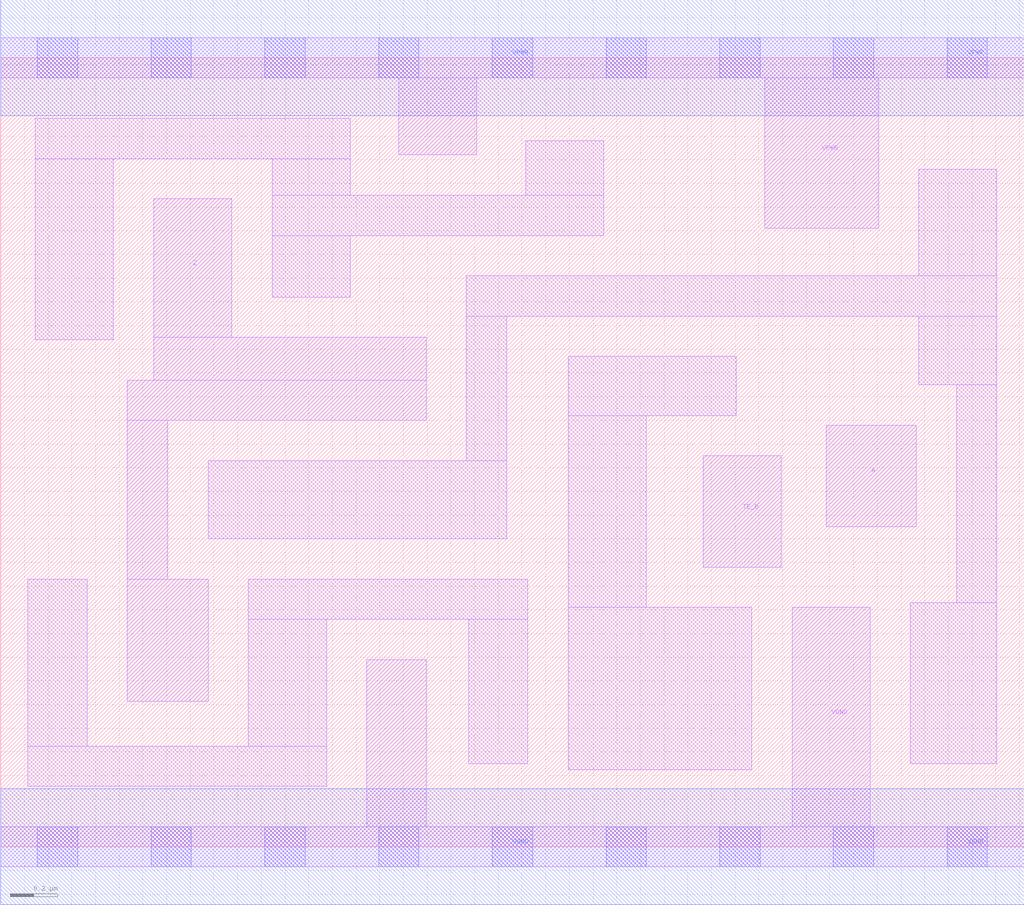
<source format=lef>
# Copyright 2020 The SkyWater PDK Authors
#
# Licensed under the Apache License, Version 2.0 (the "License");
# you may not use this file except in compliance with the License.
# You may obtain a copy of the License at
#
#     https://www.apache.org/licenses/LICENSE-2.0
#
# Unless required by applicable law or agreed to in writing, software
# distributed under the License is distributed on an "AS IS" BASIS,
# WITHOUT WARRANTIES OR CONDITIONS OF ANY KIND, either express or implied.
# See the License for the specific language governing permissions and
# limitations under the License.
#
# SPDX-License-Identifier: Apache-2.0

VERSION 5.7 ;
  NAMESCASESENSITIVE ON ;
  NOWIREEXTENSIONATPIN ON ;
  DIVIDERCHAR "/" ;
  BUSBITCHARS "[]" ;
UNITS
  DATABASE MICRONS 200 ;
END UNITS
MACRO sky130_fd_sc_ms__ebufn_2
  CLASS CORE ;
  SOURCE USER ;
  FOREIGN sky130_fd_sc_ms__ebufn_2 ;
  ORIGIN  0.000000  0.000000 ;
  SIZE  4.320000 BY  3.330000 ;
  SYMMETRY X Y ;
  SITE unit ;
  PIN A
    ANTENNAGATEAREA  0.276000 ;
    DIRECTION INPUT ;
    USE SIGNAL ;
    PORT
      LAYER li1 ;
        RECT 3.485000 1.350000 3.865000 1.780000 ;
    END
  END A
  PIN TE_B
    ANTENNAGATEAREA  0.679200 ;
    DIRECTION INPUT ;
    USE SIGNAL ;
    PORT
      LAYER li1 ;
        RECT 2.965000 1.180000 3.295000 1.650000 ;
    END
  END TE_B
  PIN Z
    ANTENNADIFFAREA  0.565600 ;
    DIRECTION OUTPUT ;
    USE SIGNAL ;
    PORT
      LAYER li1 ;
        RECT 0.535000 0.615000 0.875000 1.130000 ;
        RECT 0.535000 1.130000 0.705000 1.800000 ;
        RECT 0.535000 1.800000 1.795000 1.970000 ;
        RECT 0.645000 1.970000 1.795000 2.150000 ;
        RECT 0.645000 2.150000 0.975000 2.735000 ;
    END
  END Z
  PIN VGND
    DIRECTION INOUT ;
    USE GROUND ;
    PORT
      LAYER li1 ;
        RECT 0.000000 -0.085000 4.320000 0.085000 ;
        RECT 1.545000  0.085000 1.795000 0.790000 ;
        RECT 3.340000  0.085000 3.670000 1.010000 ;
      LAYER mcon ;
        RECT 0.155000 -0.085000 0.325000 0.085000 ;
        RECT 0.635000 -0.085000 0.805000 0.085000 ;
        RECT 1.115000 -0.085000 1.285000 0.085000 ;
        RECT 1.595000 -0.085000 1.765000 0.085000 ;
        RECT 2.075000 -0.085000 2.245000 0.085000 ;
        RECT 2.555000 -0.085000 2.725000 0.085000 ;
        RECT 3.035000 -0.085000 3.205000 0.085000 ;
        RECT 3.515000 -0.085000 3.685000 0.085000 ;
        RECT 3.995000 -0.085000 4.165000 0.085000 ;
      LAYER met1 ;
        RECT 0.000000 -0.245000 4.320000 0.245000 ;
    END
  END VGND
  PIN VPWR
    DIRECTION INOUT ;
    USE POWER ;
    PORT
      LAYER li1 ;
        RECT 0.000000 3.245000 4.320000 3.415000 ;
        RECT 1.680000 2.920000 2.010000 3.245000 ;
        RECT 3.225000 2.610000 3.705000 3.245000 ;
      LAYER mcon ;
        RECT 0.155000 3.245000 0.325000 3.415000 ;
        RECT 0.635000 3.245000 0.805000 3.415000 ;
        RECT 1.115000 3.245000 1.285000 3.415000 ;
        RECT 1.595000 3.245000 1.765000 3.415000 ;
        RECT 2.075000 3.245000 2.245000 3.415000 ;
        RECT 2.555000 3.245000 2.725000 3.415000 ;
        RECT 3.035000 3.245000 3.205000 3.415000 ;
        RECT 3.515000 3.245000 3.685000 3.415000 ;
        RECT 3.995000 3.245000 4.165000 3.415000 ;
      LAYER met1 ;
        RECT 0.000000 3.085000 4.320000 3.575000 ;
    END
  END VPWR
  OBS
    LAYER li1 ;
      RECT 0.115000 0.255000 1.375000 0.425000 ;
      RECT 0.115000 0.425000 0.365000 1.130000 ;
      RECT 0.145000 2.140000 0.475000 2.905000 ;
      RECT 0.145000 2.905000 1.475000 3.075000 ;
      RECT 0.875000 1.300000 2.135000 1.630000 ;
      RECT 1.045000 0.425000 1.375000 0.960000 ;
      RECT 1.045000 0.960000 2.225000 1.130000 ;
      RECT 1.145000 2.320000 1.475000 2.580000 ;
      RECT 1.145000 2.580000 2.545000 2.750000 ;
      RECT 1.145000 2.750000 1.475000 2.905000 ;
      RECT 1.965000 1.630000 2.135000 2.240000 ;
      RECT 1.965000 2.240000 4.205000 2.410000 ;
      RECT 1.975000 0.350000 2.225000 0.960000 ;
      RECT 2.215000 2.750000 2.545000 2.980000 ;
      RECT 2.395000 0.325000 3.170000 1.010000 ;
      RECT 2.395000 1.010000 2.725000 1.820000 ;
      RECT 2.395000 1.820000 3.105000 2.070000 ;
      RECT 3.840000 0.350000 4.205000 1.030000 ;
      RECT 3.875000 1.950000 4.205000 2.240000 ;
      RECT 3.875000 2.410000 4.205000 2.860000 ;
      RECT 4.035000 1.030000 4.205000 1.950000 ;
  END
END sky130_fd_sc_ms__ebufn_2

</source>
